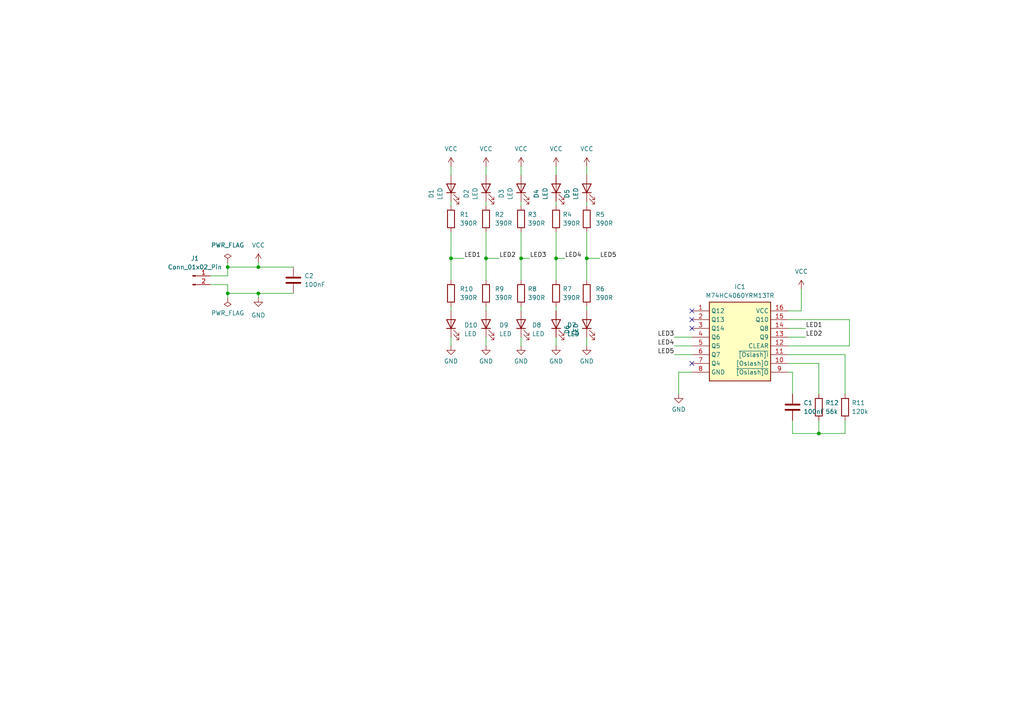
<source format=kicad_sch>
(kicad_sch (version 20231120) (generator "eeschema") (generator_version "8.0")
  (paper "A4")
  (lib_symbols
    (symbol "Connector:Conn_01x02_Pin" (pin_names (offset 1.016) hide)
      (property "Reference" "J" (at 0 2.54 0))
      (property "Value" "Conn_01x02_Pin" (at 0 -5.08 0))
      (symbol "Conn_01x02_Pin_1_1"
        (polyline (pts (xy 1.27 -2.54) (xy 0.8636 -2.54)) (stroke (width 0.1524)))
        (polyline (pts (xy 1.27 0) (xy 0.8636 0)) (stroke (width 0.1524)))
        (rectangle (start 0.8636 -2.413) (end 0 -2.667) (stroke (width 0.1524)) (fill (type outline)))
        (rectangle (start 0.8636 0.127) (end 0 -0.127) (stroke (width 0.1524)) (fill (type outline)))
        (pin passive line (at 5.08 0 180) (length 3.81) (name "Pin_1") (number "1"))
        (pin passive line (at 5.08 -2.54 180) (length 3.81) (name "Pin_2") (number "2"))
      )
    )
    (symbol "Device:C" (pin_numbers hide) (pin_names (offset 0.254))
      (property "Reference" "C" (at 0.635 2.54 0))
      (property "Value" "C" (at 0.635 -2.54 0))
      (symbol "C_0_1"
        (polyline (pts (xy -2.032 -0.762) (xy 2.032 -0.762)) (stroke (width 0.508)))
        (polyline (pts (xy -2.032 0.762) (xy 2.032 0.762)) (stroke (width 0.508)))
      )
      (symbol "C_1_1"
        (pin passive line (at 0 3.81 270) (length 2.794) (name "~") (number "1"))
        (pin passive line (at 0 -3.81 90) (length 2.794) (name "~") (number "2"))
      )
    )
    (symbol "Device:LED" (pin_numbers hide) (pin_names (offset 1.016) hide)
      (property "Reference" "D" (at 0 2.54 0))
      (property "Value" "LED" (at 0 -2.54 0))
      (symbol "LED_0_1"
        (polyline (pts (xy -1.27 -1.27) (xy -1.27 1.27)) (stroke (width 0.254)))
        (polyline (pts (xy -1.27 0) (xy 1.27 0)))
        (polyline (pts (xy 1.27 -1.27) (xy 1.27 1.27) (xy -1.27 0) (xy 1.27 -1.27)) (stroke (width 0.254)))
        (polyline (pts (xy -3.048 -0.762) (xy -4.572 -2.286) (xy -3.81 -2.286) (xy -4.572 -2.286) (xy -4.572 -1.524)))
        (polyline (pts (xy -1.778 -0.762) (xy -3.302 -2.286) (xy -2.54 -2.286) (xy -3.302 -2.286) (xy -3.302 -1.524)))
      )
      (symbol "LED_1_1"
        (pin passive line (at -3.81 0 0) (length 2.54) (name "K") (number "1"))
        (pin passive line (at 3.81 0 180) (length 2.54) (name "A") (number "2"))
      )
    )
    (symbol "Device:R" (pin_numbers hide) (pin_names (offset 0))
      (property "Reference" "R" (at 2.032 0 90))
      (property "Value" "R" (at 0 0 90))
      (symbol "R_0_1"
        (rectangle (start -1.016 -2.54) (end 1.016 2.54) (stroke (width 0.254)))
      )
      (symbol "R_1_1"
        (pin passive line (at 0 3.81 270) (length 1.27) (name "~") (number "1"))
        (pin passive line (at 0 -3.81 90) (length 1.27) (name "~") (number "2"))
      )
    )
    (symbol "GND_1" (power) (pin_numbers hide) (pin_names (offset 0) hide)
      (property "Value" "GND" (at 0 -3.81 0))
      (symbol "GND_1_0_1"
        (polyline (pts (xy 0 0) (xy 0 -1.27) (xy 1.27 -1.27) (xy 0 -2.54) (xy -1.27 -1.27) (xy 0 -1.27)))
      )
      (symbol "GND_1_1_1"
        (pin power_in line (at 0 0 270) (length 0) (name "~") (number "1"))
      )
    )
    (symbol "GND_2" (power) (pin_numbers hide) (pin_names (offset 0) hide)
      (property "Value" "GND" (at 0 -3.81 0))
      (symbol "GND_2_0_1"
        (polyline (pts (xy 0 0) (xy 0 -1.27) (xy 1.27 -1.27) (xy 0 -2.54) (xy -1.27 -1.27) (xy 0 -1.27)))
      )
      (symbol "GND_2_1_1"
        (pin power_in line (at 0 0 270) (length 0) (name "~") (number "1"))
      )
    )
    (symbol "GND_3" (power) (pin_numbers hide) (pin_names (offset 0) hide)
      (property "Value" "GND" (at 0 -3.81 0))
      (symbol "GND_3_0_1"
        (polyline (pts (xy 0 0) (xy 0 -1.27) (xy 1.27 -1.27) (xy 0 -2.54) (xy -1.27 -1.27) (xy 0 -1.27)))
      )
      (symbol "GND_3_1_1"
        (pin power_in line (at 0 0 270) (length 0) (name "~") (number "1"))
      )
    )
    (symbol "GND_4" (power) (pin_numbers hide) (pin_names (offset 0) hide)
      (property "Value" "GND" (at 0 -3.81 0))
      (symbol "GND_4_0_1"
        (polyline (pts (xy 0 0) (xy 0 -1.27) (xy 1.27 -1.27) (xy 0 -2.54) (xy -1.27 -1.27) (xy 0 -1.27)))
      )
      (symbol "GND_4_1_1"
        (pin power_in line (at 0 0 270) (length 0) (name "~") (number "1"))
      )
    )
    (symbol "GND_5" (power) (pin_numbers hide) (pin_names (offset 0) hide)
      (property "Value" "GND" (at 0 -3.81 0))
      (symbol "GND_5_0_1"
        (polyline (pts (xy 0 0) (xy 0 -1.27) (xy 1.27 -1.27) (xy 0 -2.54) (xy -1.27 -1.27) (xy 0 -1.27)))
      )
      (symbol "GND_5_1_1"
        (pin power_in line (at 0 0 270) (length 0) (name "~") (number "1"))
      )
    )
    (symbol "GND_6" (power) (pin_numbers hide) (pin_names (offset 0) hide)
      (property "Value" "GND" (at 0 -3.81 0))
      (symbol "GND_6_0_1"
        (polyline (pts (xy 0 0) (xy 0 -1.27) (xy 1.27 -1.27) (xy 0 -2.54) (xy -1.27 -1.27) (xy 0 -1.27)))
      )
      (symbol "GND_6_1_1"
        (pin power_in line (at 0 0 270) (length 0) (name "~") (number "1"))
      )
    )
    (symbol "SamacSys_Parts:M74HC4060YRM13TR"
      (property "Reference" "IC" (at 24.13 7.62 0))
      (property "Value" "M74HC4060YRM13TR" (at 24.13 5.08 0))
      (symbol "M74HC4060YRM13TR_1_1"
        (rectangle (start 5.08 2.54) (end 22.86 -20.32) (stroke (width 0.254)) (fill (type background)))
        (pin passive line (at 0 0 0) (length 5.08) (name "Q12") (number "1"))
        (pin passive line (at 27.94 -15.24 180) (length 5.08) (name "[Oslash]O") (number "10"))
        (pin passive line (at 27.94 -12.7 180) (length 5.08) (name "~{[Oslash]I}") (number "11"))
        (pin passive line (at 27.94 -10.16 180) (length 5.08) (name "CLEAR") (number "12"))
        (pin passive line (at 27.94 -7.62 180) (length 5.08) (name "Q9") (number "13"))
        (pin passive line (at 27.94 -5.08 180) (length 5.08) (name "Q8") (number "14"))
        (pin passive line (at 27.94 -2.54 180) (length 5.08) (name "Q10") (number "15"))
        (pin power_in line (at 27.94 0 180) (length 5.08) (name "VCC") (number "16"))
        (pin passive line (at 0 -2.54 0) (length 5.08) (name "Q13") (number "2"))
        (pin passive line (at 0 -5.08 0) (length 5.08) (name "Q14") (number "3"))
        (pin passive line (at 0 -7.62 0) (length 5.08) (name "Q6") (number "4"))
        (pin passive line (at 0 -10.16 0) (length 5.08) (name "Q5") (number "5"))
        (pin passive line (at 0 -12.7 0) (length 5.08) (name "Q7") (number "6"))
        (pin passive line (at 0 -15.24 0) (length 5.08) (name "Q4") (number "7"))
        (pin power_in line (at 0 -17.78 0) (length 5.08) (name "GND") (number "8"))
        (pin passive line (at 27.94 -17.78 180) (length 5.08) (name "~{[Oslash]O}") (number "9"))
      )
    )
    (symbol "power:GND" (power) (pin_names (offset 0))
      (property "Value" "GND" (at 0 -3.81 0))
      (symbol "GND_0_1"
        (polyline (pts (xy 0 0) (xy 0 -1.27) (xy 1.27 -1.27) (xy 0 -2.54) (xy -1.27 -1.27) (xy 0 -1.27)))
      )
      (symbol "GND_1_1"
        (pin power_in line (at 0 0 270) (length 0) hide (name "GND") (number "1"))
      )
    )
    (symbol "power:PWR_FLAG" (power) (pin_numbers hide) (pin_names (offset 0) hide)
      (property "Value" "PWR_FLAG" (at 0 3.81 0))
      (symbol "PWR_FLAG_0_0"
        (pin power_out line (at 0 0 90) (length 0) (name "~") (number "1"))
      )
      (symbol "PWR_FLAG_0_1"
        (polyline (pts (xy 0 0) (xy 0 1.27) (xy -1.016 1.905) (xy 0 2.54) (xy 1.016 1.905) (xy 0 1.27)))
      )
    )
    (symbol "power:VCC" (power) (pin_numbers hide) (pin_names (offset 0) hide)
      (property "Value" "VCC" (at 0 3.556 0))
      (symbol "VCC_0_1"
        (polyline (pts (xy -0.762 1.27) (xy 0 2.54)))
        (polyline (pts (xy 0 0) (xy 0 2.54)))
        (polyline (pts (xy 0 2.54) (xy 0.762 1.27)))
      )
      (symbol "VCC_1_1"
        (pin power_in line (at 0 0 90) (length 0) (name "~") (number "1"))
      )
    )
  )
  (junction (at 140.97 74.93))
  (junction (at 170.18 74.93))
  (junction (at 74.93 77.47))
  (junction (at 151.13 74.93))
  (junction (at 66.04 85.09))
  (junction (at 74.93 85.09))
  (junction (at 66.04 77.47))
  (junction (at 130.81 74.93))
  (junction (at 237.49 125.73))
  (junction (at 161.29 74.93))
  (no_connect (at 200.66 95.25))
  (no_connect (at 200.66 92.71))
  (no_connect (at 200.66 105.41))
  (no_connect (at 200.66 90.17))
  (wire (pts (xy 229.87 107.95) (xy 229.87 114.3)))
  (wire (pts (xy 151.13 74.93) (xy 151.13 81.28)))
  (wire (pts (xy 228.6 105.41) (xy 237.49 105.41)))
  (wire (pts (xy 130.81 90.17) (xy 130.81 88.9)))
  (wire (pts (xy 170.18 74.93) (xy 170.18 81.28)))
  (wire (pts (xy 237.49 121.92) (xy 237.49 125.73)))
  (wire (pts (xy 130.81 74.93) (xy 130.81 81.28)))
  (wire (pts (xy 60.96 80.01) (xy 66.04 80.01)))
  (wire (pts (xy 170.18 100.33) (xy 170.18 97.79)))
  (wire (pts (xy 233.68 95.25) (xy 228.6 95.25)))
  (wire (pts (xy 66.04 85.09) (xy 74.93 85.09)))
  (wire (pts (xy 245.11 125.73) (xy 245.11 121.92)))
  (wire (pts (xy 195.58 100.33) (xy 200.66 100.33)))
  (wire (pts (xy 237.49 125.73) (xy 245.11 125.73)))
  (wire (pts (xy 228.6 102.87) (xy 245.11 102.87)))
  (wire (pts (xy 246.38 100.33) (xy 246.38 92.71)))
  (wire (pts (xy 140.97 74.93) (xy 140.97 81.28)))
  (wire (pts (xy 196.85 107.95) (xy 196.85 114.3)))
  (wire (pts (xy 195.58 102.87) (xy 200.66 102.87)))
  (wire (pts (xy 161.29 100.33) (xy 161.29 97.79)))
  (wire (pts (xy 163.83 74.93) (xy 161.29 74.93)))
  (wire (pts (xy 170.18 90.17) (xy 170.18 88.9)))
  (wire (pts (xy 246.38 92.71) (xy 228.6 92.71)))
  (wire (pts (xy 170.18 67.31) (xy 170.18 74.93)))
  (wire (pts (xy 245.11 114.3) (xy 245.11 102.87)))
  (wire (pts (xy 161.29 74.93) (xy 161.29 81.28)))
  (wire (pts (xy 130.81 67.31) (xy 130.81 74.93)))
  (wire (pts (xy 144.78 74.93) (xy 140.97 74.93)))
  (wire (pts (xy 74.93 85.09) (xy 74.93 86.36)))
  (wire (pts (xy 134.62 74.93) (xy 130.81 74.93)))
  (wire (pts (xy 66.04 82.55) (xy 66.04 85.09)))
  (wire (pts (xy 151.13 58.42) (xy 151.13 59.69)))
  (wire (pts (xy 161.29 48.26) (xy 161.29 50.8)))
  (wire (pts (xy 229.87 121.92) (xy 229.87 125.73)))
  (wire (pts (xy 161.29 58.42) (xy 161.29 59.69)))
  (wire (pts (xy 130.81 58.42) (xy 130.81 59.69)))
  (wire (pts (xy 195.58 97.79) (xy 200.66 97.79)))
  (wire (pts (xy 237.49 105.41) (xy 237.49 114.3)))
  (wire (pts (xy 233.68 97.79) (xy 228.6 97.79)))
  (wire (pts (xy 140.97 58.42) (xy 140.97 59.69)))
  (wire (pts (xy 140.97 100.33) (xy 140.97 97.79)))
  (wire (pts (xy 151.13 67.31) (xy 151.13 74.93)))
  (wire (pts (xy 66.04 85.09) (xy 66.04 86.36)))
  (wire (pts (xy 228.6 90.17) (xy 232.41 90.17)))
  (wire (pts (xy 140.97 67.31) (xy 140.97 74.93)))
  (wire (pts (xy 74.93 77.47) (xy 74.93 76.2)))
  (wire (pts (xy 140.97 48.26) (xy 140.97 50.8)))
  (wire (pts (xy 66.04 77.47) (xy 74.93 77.47)))
  (wire (pts (xy 151.13 48.26) (xy 151.13 50.8)))
  (wire (pts (xy 74.93 77.47) (xy 85.09 77.47)))
  (wire (pts (xy 161.29 67.31) (xy 161.29 74.93)))
  (wire (pts (xy 60.96 82.55) (xy 66.04 82.55)))
  (wire (pts (xy 130.81 48.26) (xy 130.81 50.8)))
  (wire (pts (xy 151.13 90.17) (xy 151.13 88.9)))
  (wire (pts (xy 228.6 107.95) (xy 229.87 107.95)))
  (wire (pts (xy 66.04 80.01) (xy 66.04 77.47)))
  (wire (pts (xy 170.18 58.42) (xy 170.18 59.69)))
  (wire (pts (xy 66.04 77.47) (xy 66.04 76.2)))
  (wire (pts (xy 161.29 90.17) (xy 161.29 88.9)))
  (wire (pts (xy 153.67 74.93) (xy 151.13 74.93)))
  (wire (pts (xy 130.81 100.33) (xy 130.81 97.79)))
  (wire (pts (xy 229.87 125.73) (xy 237.49 125.73)))
  (wire (pts (xy 200.66 107.95) (xy 196.85 107.95)))
  (wire (pts (xy 173.99 74.93) (xy 170.18 74.93)))
  (wire (pts (xy 74.93 85.09) (xy 85.09 85.09)))
  (wire (pts (xy 228.6 100.33) (xy 246.38 100.33)))
  (wire (pts (xy 140.97 90.17) (xy 140.97 88.9)))
  (wire (pts (xy 151.13 100.33) (xy 151.13 97.79)))
  (wire (pts (xy 170.18 48.26) (xy 170.18 50.8)))
  (wire (pts (xy 232.41 90.17) (xy 232.41 83.82)))
  (label "LED1" (at 134.62 74.93 0))
  (label "LED3" (at 153.67 74.93 0))
  (label "LED5" (at 173.99 74.93 0))
  (label "LED3" (at 195.58 97.79 180))
  (label "LED4" (at 163.83 74.93 0))
  (label "LED1" (at 233.68 95.25 0))
  (label "LED2" (at 144.78 74.93 0))
  (label "LED5" (at 195.58 102.87 180))
  (label "LED2" (at 233.68 97.79 0))
  (label "LED4" (at 195.58 100.33 180))
  (symbol (lib_id "Device:R") (at 140.97 85.09 0) (unit 1)
    (property "Reference" "R9" (at 143.51 83.82 0) (effects (justify left)))
    (property "Value" "390R" (at 143.51 86.36 0) (effects (justify left)))
    (property "Footprint" "Resistor_SMD:R_1206_3216Metric_Pad1.30x1.75mm_HandSolder" (effects (hide yes)))
  )
  (symbol (lib_id "power:GND") (at 196.85 114.3 0) (unit 1)
    (property "Reference" "#PWR04" (effects (hide yes)))
    (property "Value" "GND" (at 196.85 118.745 0))
  )
  (symbol (lib_id "Device:LED") (at 161.29 54.61 90) (unit 1)
    (property "Reference" "D4" (at 155.575 56.1975 0))
    (property "Value" "LED" (at 158.115 56.1975 0))
    (property "Footprint" "LED_SMD:LED_0805_2012Metric_Pad1.15x1.40mm_HandSolder" (effects (hide yes)))
  )
  (symbol (lib_name "GND_2") (lib_id "power:GND") (at 170.18 100.33 0) (unit 1)
    (property "Reference" "#PWR014" (effects (hide yes)))
    (property "Value" "GND" (at 170.18 104.775 0))
    (property "Description" "Power symbol creates a global label with name \"GND\" , ground" (effects (hide yes)))
  )
  (symbol (lib_id "power:VCC") (at 74.93 76.2 0) (unit 1)
    (property "Reference" "#PWR01" (effects (hide yes)))
    (property "Value" "VCC" (at 74.93 71.12 0))
    (property "Description" "Power symbol creates a global label with name \"VCC\"" (effects (hide yes)))
  )
  (symbol (lib_name "GND_4") (lib_id "power:GND") (at 140.97 100.33 0) (unit 1)
    (property "Reference" "#PWR011" (effects (hide yes)))
    (property "Value" "GND" (at 140.97 104.775 0))
    (property "Description" "Power symbol creates a global label with name \"GND\" , ground" (effects (hide yes)))
  )
  (symbol (lib_id "Device:LED") (at 161.29 93.98 90) (unit 1)
    (property "Reference" "D7" (at 164.465 94.2975 90) (effects (justify right)))
    (property "Value" "LED" (at 164.465 96.8375 90) (effects (justify right)))
    (property "Footprint" "LED_SMD:LED_0805_2012Metric_Pad1.15x1.40mm_HandSolder" (effects (hide yes)))
  )
  (symbol (lib_id "Device:R") (at 237.49 118.11 180) (unit 1)
    (property "Reference" "R12" (at 239.395 116.84 0) (effects (justify right)))
    (property "Value" "56k" (at 239.395 119.38 0) (effects (justify right)))
    (property "Footprint" "Resistor_SMD:R_1206_3216Metric_Pad1.30x1.75mm_HandSolder" (effects (hide yes)))
  )
  (symbol (lib_id "Device:LED") (at 170.18 93.98 90) (unit 1)
    (property "Reference" "D6" (at 164.465 95.5675 0))
    (property "Value" "LED" (at 167.005 95.5675 0))
    (property "Footprint" "LED_SMD:LED_0805_2012Metric_Pad1.15x1.40mm_HandSolder" (effects (hide yes)))
  )
  (symbol (lib_id "power:VCC") (at 170.18 48.26 0) (unit 1)
    (property "Reference" "#PWR09" (effects (hide yes)))
    (property "Value" "VCC" (at 170.18 43.18 0))
    (property "Description" "Power symbol creates a global label with name \"VCC\"" (effects (hide yes)))
  )
  (symbol (lib_id "Device:LED") (at 140.97 54.61 90) (unit 1)
    (property "Reference" "D2" (at 135.255 56.1975 0))
    (property "Value" "LED" (at 137.795 56.1975 0))
    (property "Footprint" "LED_SMD:LED_0805_2012Metric_Pad1.15x1.40mm_HandSolder" (effects (hide yes)))
  )
  (symbol (lib_name "GND_3") (lib_id "power:GND") (at 151.13 100.33 0) (unit 1)
    (property "Reference" "#PWR012" (effects (hide yes)))
    (property "Value" "GND" (at 151.13 104.775 0))
    (property "Description" "Power symbol creates a global label with name \"GND\" , ground" (effects (hide yes)))
  )
  (symbol (lib_id "power:VCC") (at 151.13 48.26 0) (unit 1)
    (property "Reference" "#PWR07" (effects (hide yes)))
    (property "Value" "VCC" (at 151.13 43.18 0))
    (property "Description" "Power symbol creates a global label with name \"VCC\"" (effects (hide yes)))
  )
  (symbol (lib_id "Device:R") (at 130.81 63.5 180) (unit 1)
    (property "Reference" "R1" (at 133.35 62.23 0) (effects (justify right)))
    (property "Value" "390R" (at 133.35 64.77 0) (effects (justify right)))
    (property "Footprint" "Resistor_SMD:R_1206_3216Metric_Pad1.30x1.75mm_HandSolder" (effects (hide yes)))
  )
  (symbol (lib_id "Connector:Conn_01x02_Pin") (at 55.88 80.01 0) (unit 1)
    (property "Reference" "J1" (at 56.515 74.93 0))
    (property "Value" "Conn_01x02_Pin" (at 56.515 77.47 0))
    (property "Footprint" "Connector_PinHeader_2.54mm:PinHeader_1x02_P2.54mm_Vertical" (effects (hide yes)))
  )
  (symbol (lib_id "Device:R") (at 170.18 63.5 180) (unit 1)
    (property "Reference" "R5" (at 172.72 62.23 0) (effects (justify right)))
    (property "Value" "390R" (at 172.72 64.77 0) (effects (justify right)))
    (property "Footprint" "Resistor_SMD:R_1206_3216Metric_Pad1.30x1.75mm_HandSolder" (effects (hide yes)))
  )
  (symbol (lib_id "power:PWR_FLAG") (at 66.04 76.2 0) (unit 1)
    (property "Reference" "#FLG01" (effects (hide yes)))
    (property "Value" "PWR_FLAG" (at 66.04 71.12 0))
    (property "Description" "Special symbol for telling ERC where power comes from" (effects (hide yes)))
  )
  (symbol (lib_id "Device:R") (at 161.29 85.09 0) (unit 1)
    (property "Reference" "R7" (at 163.195 83.82 0) (effects (justify left)))
    (property "Value" "390R" (at 163.195 86.36 0) (effects (justify left)))
    (property "Footprint" "Resistor_SMD:R_1206_3216Metric_Pad1.30x1.75mm_HandSolder" (effects (hide yes)))
  )
  (symbol (lib_id "Device:R") (at 151.13 63.5 180) (unit 1)
    (property "Reference" "R3" (at 153.035 62.23 0) (effects (justify right)))
    (property "Value" "390R" (at 153.035 64.77 0) (effects (justify right)))
    (property "Footprint" "Resistor_SMD:R_1206_3216Metric_Pad1.30x1.75mm_HandSolder" (effects (hide yes)))
  )
  (symbol (lib_id "Device:R") (at 161.29 63.5 180) (unit 1)
    (property "Reference" "R4" (at 163.195 62.23 0) (effects (justify right)))
    (property "Value" "390R" (at 163.195 64.77 0) (effects (justify right)))
    (property "Footprint" "Resistor_SMD:R_1206_3216Metric_Pad1.30x1.75mm_HandSolder" (effects (hide yes)))
  )
  (symbol (lib_id "Device:R") (at 245.11 118.11 180) (unit 1)
    (property "Reference" "R11" (at 247.015 116.84 0) (effects (justify right)))
    (property "Value" "120k" (at 247.015 119.38 0) (effects (justify right)))
    (property "Footprint" "Resistor_SMD:R_1206_3216Metric_Pad1.30x1.75mm_HandSolder" (effects (hide yes)))
  )
  (symbol (lib_id "SamacSys_Parts:M74HC4060YRM13TR") (at 200.66 90.17 0) (unit 1)
    (property "Reference" "IC1" (at 214.63 83.185 0))
    (property "Value" "M74HC4060YRM13TR" (at 214.63 85.725 0))
    (property "Footprint" "Package_SO:SOIC-16_3.9x9.9mm_P1.27mm" (effects (hide yes)))
    (property "Datasheet" "http://www.st.com/st-web-ui/static/active/en/resource/technical/document/datasheet/CD00000318.pdf" (effects (hide yes)))
    (property "Height" "1.75" (effects (hide yes)))
    (property "Manufacturer_Name" "STMicroelectronics" (effects (hide yes)))
    (property "Manufacturer_Part_Number" "M74HC4060YRM13TR" (effects (hide yes)))
    (property "Mouser Part Number" "511-M74HC4060YRM13TR" (effects (hide yes)))
    (property "Mouser Price/Stock" "https://www.mouser.co.uk/ProductDetail/STMicroelectronics/M74HC4060YRM13TR?qs=WHlX%252B%252B9%2FRwCg7B6Sv1P5yw%3D%3D" (effects (hide yes)))
    (property "Arrow Part Number" "M74HC4060YRM13TR" (effects (hide yes)))
    (property "Arrow Price/Stock" "https://www.arrow.com/en/products/m74hc4060yrm13tr/stmicroelectronics" (effects (hide yes)))
  )
  (symbol (lib_id "Device:C") (at 85.09 81.28 0) (unit 1)
    (property "Reference" "C2" (at 88.265 80.01 0) (effects (justify left)))
    (property "Value" "100nF" (at 88.265 82.55 0) (effects (justify left)))
    (property "Footprint" "Capacitor_SMD:C_0805_2012Metric_Pad1.18x1.45mm_HandSolder" (effects (hide yes)))
  )
  (symbol (lib_id "Device:LED") (at 130.81 54.61 90) (unit 1)
    (property "Reference" "D1" (at 125.095 56.1975 0))
    (property "Value" "LED" (at 127.635 56.1975 0))
    (property "Footprint" "LED_SMD:LED_0805_2012Metric_Pad1.15x1.40mm_HandSolder" (effects (hide yes)))
  )
  (symbol (lib_id "Device:R") (at 130.81 85.09 0) (unit 1)
    (property "Reference" "R10" (at 133.35 83.82 0) (effects (justify left)))
    (property "Value" "390R" (at 133.35 86.36 0) (effects (justify left)))
    (property "Footprint" "Resistor_SMD:R_1206_3216Metric_Pad1.30x1.75mm_HandSolder" (effects (hide yes)))
  )
  (symbol (lib_name "GND_1") (lib_id "power:GND") (at 74.93 86.36 0) (unit 1)
    (property "Reference" "#PWR03" (effects (hide yes)))
    (property "Value" "GND" (at 74.93 91.44 0))
    (property "Description" "Power symbol creates a global label with name \"GND\" , ground" (effects (hide yes)))
  )
  (symbol (lib_id "Device:LED") (at 151.13 93.98 90) (unit 1)
    (property "Reference" "D8" (at 154.305 94.2975 90) (effects (justify right)))
    (property "Value" "LED" (at 154.305 96.8375 90) (effects (justify right)))
    (property "Footprint" "LED_SMD:LED_0805_2012Metric_Pad1.15x1.40mm_HandSolder" (effects (hide yes)))
  )
  (symbol (lib_id "power:VCC") (at 161.29 48.26 0) (unit 1)
    (property "Reference" "#PWR08" (effects (hide yes)))
    (property "Value" "VCC" (at 161.29 43.18 0))
    (property "Description" "Power symbol creates a global label with name \"VCC\"" (effects (hide yes)))
  )
  (symbol (lib_id "Device:LED") (at 151.13 54.61 90) (unit 1)
    (property "Reference" "D3" (at 145.415 56.1975 0))
    (property "Value" "LED" (at 147.955 56.1975 0))
    (property "Footprint" "LED_SMD:LED_0805_2012Metric_Pad1.15x1.40mm_HandSolder" (effects (hide yes)))
  )
  (symbol (lib_id "power:VCC") (at 232.41 83.82 0) (unit 1)
    (property "Reference" "#PWR02" (effects (hide yes)))
    (property "Value" "VCC" (at 232.41 78.74 0))
    (property "Description" "Power symbol creates a global label with name \"VCC\"" (effects (hide yes)))
  )
  (symbol (lib_id "power:VCC") (at 130.81 48.26 0) (unit 1)
    (property "Reference" "#PWR05" (effects (hide yes)))
    (property "Value" "VCC" (at 130.81 43.18 0))
    (property "Description" "Power symbol creates a global label with name \"VCC\"" (effects (hide yes)))
  )
  (symbol (lib_id "Device:R") (at 151.13 85.09 0) (unit 1)
    (property "Reference" "R8" (at 153.035 83.82 0) (effects (justify left)))
    (property "Value" "390R" (at 153.035 86.36 0) (effects (justify left)))
    (property "Footprint" "Resistor_SMD:R_1206_3216Metric_Pad1.30x1.75mm_HandSolder" (effects (hide yes)))
  )
  (symbol (lib_id "power:VCC") (at 140.97 48.26 0) (unit 1)
    (property "Reference" "#PWR06" (effects (hide yes)))
    (property "Value" "VCC" (at 140.97 43.18 0))
    (property "Description" "Power symbol creates a global label with name \"VCC\"" (effects (hide yes)))
  )
  (symbol (lib_id "Device:R") (at 170.18 85.09 0) (unit 1)
    (property "Reference" "R6" (at 172.72 83.82 0) (effects (justify left)))
    (property "Value" "390R" (at 172.72 86.36 0) (effects (justify left)))
    (property "Footprint" "Resistor_SMD:R_1206_3216Metric_Pad1.30x1.75mm_HandSolder" (effects (hide yes)))
  )
  (symbol (lib_id "Device:R") (at 140.97 63.5 180) (unit 1)
    (property "Reference" "R2" (at 143.51 62.23 0) (effects (justify right)))
    (property "Value" "390R" (at 143.51 64.77 0) (effects (justify right)))
    (property "Footprint" "Resistor_SMD:R_1206_3216Metric_Pad1.30x1.75mm_HandSolder" (effects (hide yes)))
  )
  (symbol (lib_id "Device:LED") (at 170.18 54.61 90) (unit 1)
    (property "Reference" "D5" (at 164.465 56.1975 0))
    (property "Value" "LED" (at 167.005 56.1975 0))
    (property "Footprint" "LED_SMD:LED_0805_2012Metric_Pad1.15x1.40mm_HandSolder" (effects (hide yes)))
  )
  (symbol (lib_id "Device:LED") (at 130.81 93.98 90) (unit 1)
    (property "Reference" "D10" (at 134.62 94.2975 90) (effects (justify right)))
    (property "Value" "LED" (at 134.62 96.8375 90) (effects (justify right)))
    (property "Footprint" "LED_SMD:LED_0805_2012Metric_Pad1.15x1.40mm_HandSolder" (effects (hide yes)))
  )
  (symbol (lib_id "Device:LED") (at 140.97 93.98 90) (unit 1)
    (property "Reference" "D9" (at 144.78 94.2975 90) (effects (justify right)))
    (property "Value" "LED" (at 144.78 96.8375 90) (effects (justify right)))
    (property "Footprint" "LED_SMD:LED_0805_2012Metric_Pad1.15x1.40mm_HandSolder" (effects (hide yes)))
  )
  (symbol (lib_name "GND_5") (lib_id "power:GND") (at 130.81 100.33 0) (unit 1)
    (property "Reference" "#PWR010" (effects (hide yes)))
    (property "Value" "GND" (at 130.81 104.775 0))
    (property "Description" "Power symbol creates a global label with name \"GND\" , ground" (effects (hide yes)))
  )
  (symbol (lib_name "GND_6") (lib_id "power:GND") (at 161.29 100.33 0) (unit 1)
    (property "Reference" "#PWR013" (effects (hide yes)))
    (property "Value" "GND" (at 161.29 104.775 0))
    (property "Description" "Power symbol creates a global label with name \"GND\" , ground" (effects (hide yes)))
  )
  (symbol (lib_id "power:PWR_FLAG") (at 66.04 86.36 180) (unit 1)
    (property "Reference" "#FLG02" (effects (hide yes)))
    (property "Value" "PWR_FLAG" (at 66.04 90.805 0))
    (property "Description" "Special symbol for telling ERC where power comes from" (effects (hide yes)))
  )
  (symbol (lib_id "Device:C") (at 229.87 118.11 180) (unit 1)
    (property "Reference" "C1" (at 233.045 116.84 0) (effects (justify right)))
    (property "Value" "100nF" (at 233.045 119.38 0) (effects (justify right)))
    (property "Footprint" "Capacitor_SMD:C_0805_2012Metric_Pad1.18x1.45mm_HandSolder" (effects (hide yes)))
  )
)
</source>
